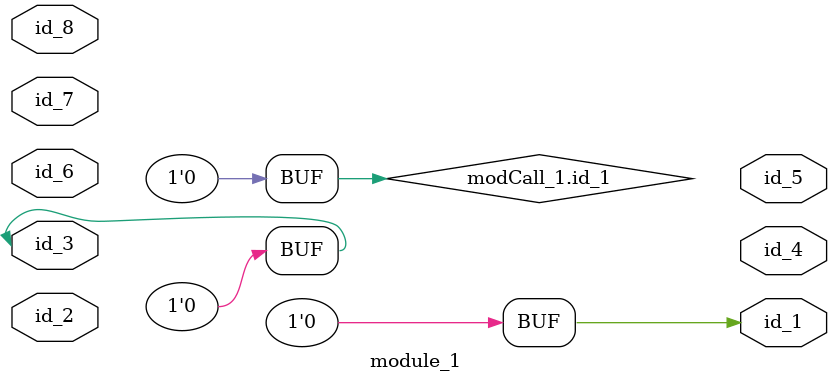
<source format=v>
module module_0 ();
  assign id_1 = 1;
endmodule
module module_1 (
    id_1,
    id_2,
    id_3,
    id_4,
    id_5,
    id_6,
    id_7,
    id_8
);
  input wire id_8;
  input wire id_7;
  inout wire id_6;
  output wire id_5;
  output wire id_4;
  inout wire id_3;
  inout wire id_2;
  output wire id_1;
  tri id_9;
  assign id_1 = 1'b0;
  module_0 modCall_1 ();
  assign modCall_1.id_1 = 0;
  assign id_3 = 1'b0;
  wire id_10;
  assign id_1 = id_6 == id_7;
  wire id_11;
  wire id_12;
  wire id_13;
  wire id_14;
  wire id_15;
endmodule

</source>
